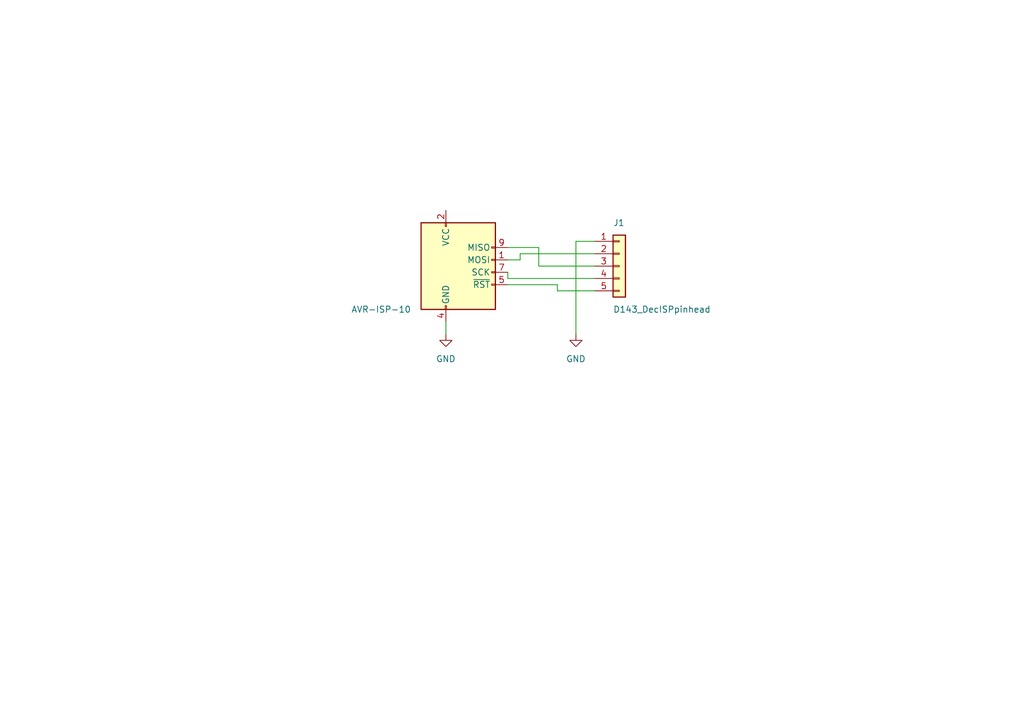
<source format=kicad_sch>
(kicad_sch (version 20231120) (generator "eeschema") (generator_version "8.0")
  (paper "A5")
  (title_block (title "D143_ISP-Connector") (date "2024-10-13") (rev "rev_1") (company "flash143plus Enrico Vierke"))
  (lib_symbols
    (symbol "#-mySymbols:D143_DecISPpinhead" (pin_names (offset 1.016) hide)
      (property "Reference" "J" (at 0 7.62 0))
      (property "Value" "D143_DecISPpinhead" (at 0 -7.62 0))
      (symbol "D143_DecISPpinhead_1_1"
        (rectangle (start -1.27 -4.953) (end 0 -5.207) (stroke (width 0.1524)))
        (rectangle (start -1.27 -2.413) (end 0 -2.667) (stroke (width 0.1524)))
        (rectangle (start -1.27 0.127) (end 0 -0.127) (stroke (width 0.1524)))
        (rectangle (start -1.27 2.667) (end 0 2.413) (stroke (width 0.1524)))
        (rectangle (start -1.27 5.207) (end 0 4.953) (stroke (width 0.1524)))
        (rectangle (start -1.27 6.35) (end 1.27 -6.35) (stroke (width 0.254)) (fill (type background)))
        (pin output line (at -5.08 5.08 0) (length 3.81) (name "GND") (number "1"))
        (pin output line (at -5.08 2.54 0) (length 3.81) (name "MOSI") (number "2"))
        (pin output line (at -5.08 0 0) (length 3.81) (name "MISO") (number "3"))
        (pin output line (at -5.08 -2.54 0) (length 3.81) (name "SCK") (number "4"))
        (pin output line (at -5.08 -5.08 0) (length 3.81) (name "RESET") (number "5"))
      )
    )
    (symbol "Connector:AVR-ISP-10" (pin_names (offset 1.016))
      (property "Reference" "J" (at -6.35 11.43 0))
      (property "Value" "AVR-ISP-10" (at 0 11.43 0))
      (symbol "AVR-ISP-10_0_1"
        (rectangle (start -2.667 -6.858) (end -2.413 -7.62))
        (rectangle (start -2.667 10.16) (end -2.413 9.398))
        (rectangle (start 7.62 -2.413) (end 6.858 -2.667))
        (rectangle (start 7.62 0.127) (end 6.858 -0.127))
        (rectangle (start 7.62 2.667) (end 6.858 2.413))
        (rectangle (start 7.62 5.207) (end 6.858 4.953))
        (rectangle (start 7.62 10.16) (end -7.62 -7.62) (stroke (width 0.254)) (fill (type background)))
      )
      (symbol "AVR-ISP-10_1_1"
        (pin passive line (at 10.16 2.54 180) (length 2.54) (name "MOSI") (number "1"))
        (pin passive line (at -2.54 -10.16 90) (length 2.54) hide (name "GND") (number "10"))
        (pin passive line (at -2.54 12.7 270) (length 2.54) (name "VCC") (number "2"))
        (pin no_connect line (at 7.62 -5.08 180) (length 2.54) hide (name "NC") (number "3"))
        (pin passive line (at -2.54 -10.16 90) (length 2.54) (name "GND") (number "4"))
        (pin passive line (at 10.16 -2.54 180) (length 2.54) (name "~{RST}") (number "5"))
        (pin passive line (at -2.54 -10.16 90) (length 2.54) hide (name "GND") (number "6"))
        (pin passive line (at 10.16 0 180) (length 2.54) (name "SCK") (number "7"))
        (pin passive line (at -2.54 -10.16 90) (length 2.54) hide (name "GND") (number "8"))
        (pin passive line (at 10.16 5.08 180) (length 2.54) (name "MISO") (number "9"))
      )
    )
    (symbol "power:GND" (power) (pin_names (offset 0))
      (property "Value" "GND" (at 0 -3.81 0))
      (symbol "GND_0_1"
        (polyline (pts (xy 0 0) (xy 0 -1.27) (xy 1.27 -1.27) (xy 0 -2.54) (xy -1.27 -1.27) (xy 0 -1.27)))
      )
      (symbol "GND_1_1"
        (pin power_in line (at 0 0 270) (length 0) hide (name "GND") (number "1"))
      )
    )
  )
  (wire (pts (xy 110.49 50.8) (xy 110.49 54.61)))
  (wire (pts (xy 110.49 54.61) (xy 121.92 54.61)))
  (wire (pts (xy 114.3 58.42) (xy 114.3 59.69)))
  (wire (pts (xy 104.14 58.42) (xy 114.3 58.42)))
  (wire (pts (xy 118.11 49.53) (xy 118.11 68.58)))
  (wire (pts (xy 104.14 53.34) (xy 106.68 53.34)))
  (wire (pts (xy 104.14 50.8) (xy 110.49 50.8)))
  (wire (pts (xy 121.92 49.53) (xy 118.11 49.53)))
  (wire (pts (xy 91.44 66.04) (xy 91.44 68.58)))
  (wire (pts (xy 104.14 55.88) (xy 104.14 57.15)))
  (wire (pts (xy 106.68 52.07) (xy 121.92 52.07)))
  (wire (pts (xy 106.68 53.34) (xy 106.68 52.07)))
  (wire (pts (xy 104.14 57.15) (xy 121.92 57.15)))
  (wire (pts (xy 114.3 59.69) (xy 121.92 59.69)))
  (symbol (lib_id "Connector:AVR-ISP-10") (at 93.98 55.88 0) (unit 1)
    (property "Reference" "J2" (effects (hide yes)))
    (property "Value" "AVR-ISP-10" (at 84.328 63.5 0) (effects (justify right)))
    (property "Footprint" "Connector_IDC:IDC-Header_2x05_P2.54mm_Vertical" (effects (hide yes)))
    (property "Datasheet" " ~" (effects (hide yes)))
  )
  (symbol (lib_id "#-mySymbols:D143_DecISPpinhead") (at 127 54.61 0) (unit 1)
    (property "Reference" "J1" (at 125.73 45.72 0) (effects (justify left)))
    (property "Value" "D143_DecISPpinhead" (at 125.73 63.5 0) (effects (justify left)))
    (property "Footprint" "#-myFootprints:D143_DecISP_2.54mm_flat-solder" (effects (hide yes)))
  )
  (symbol (lib_id "power:GND") (at 118.11 68.58 0) (unit 1)
    (property "Reference" "#PWR02" (effects (hide yes)))
    (property "Value" "GND" (at 118.11 73.66 0))
  )
  (symbol (lib_id "power:GND") (at 91.44 68.58 0) (unit 1)
    (property "Reference" "#PWR01" (effects (hide yes)))
    (property "Value" "GND" (at 91.44 73.66 0))
  )
)
</source>
